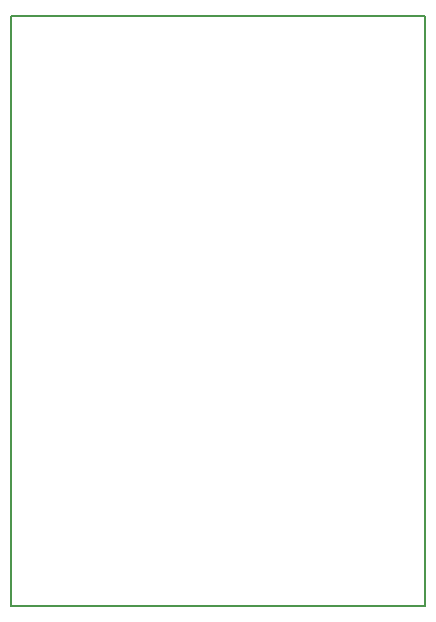
<source format=gko>
G04 #@! TF.GenerationSoftware,KiCad,Pcbnew,(5.0.1)-4*
G04 #@! TF.CreationDate,2019-02-11T23:05:39+00:00*
G04 #@! TF.ProjectId,FT-8900-Headset,46542D383930302D486561647365742E,rev?*
G04 #@! TF.SameCoordinates,Original*
G04 #@! TF.FileFunction,Profile,NP*
%FSLAX46Y46*%
G04 Gerber Fmt 4.6, Leading zero omitted, Abs format (unit mm)*
G04 Created by KiCad (PCBNEW (5.0.1)-4) date 11/02/2019 23:05:39*
%MOMM*%
%LPD*%
G01*
G04 APERTURE LIST*
%ADD10C,0.150000*%
G04 APERTURE END LIST*
D10*
X147750000Y-79250000D02*
X182750000Y-79250000D01*
X147750000Y-129250000D02*
X147750000Y-79250000D01*
X182750000Y-129250000D02*
X147750000Y-129250000D01*
X182750000Y-79250000D02*
X182750000Y-129250000D01*
M02*

</source>
